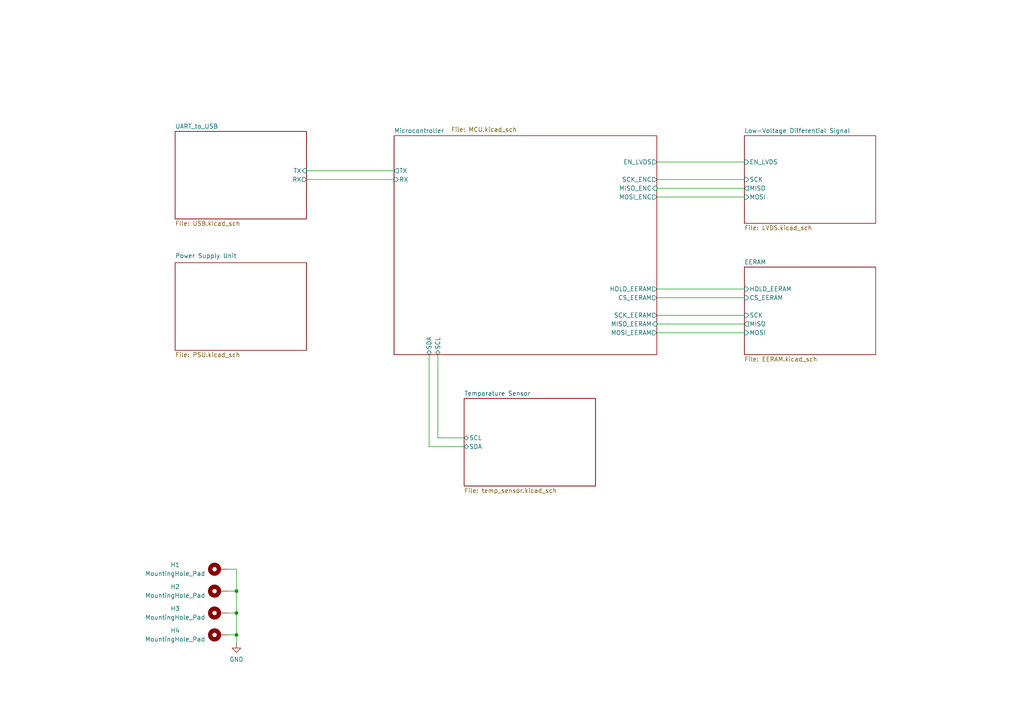
<source format=kicad_sch>
(kicad_sch (version 20211123) (generator eeschema)
  (paper "A4")
  (lib_symbols
    (symbol "Mechanical:MountingHole_Pad" (pin_numbers hide) (pin_names (offset 1.016) hide)
      (property "Reference" "H" (at 0 6.35 0))
      (property "Value" "MountingHole_Pad" (at 0 4.445 0))
      (symbol "MountingHole_Pad_0_1"
        (circle (center 0 1.27) (radius 1.27) (stroke (width 1.27)))
      )
      (symbol "MountingHole_Pad_1_1"
        (pin input line (at 0 -2.54 90) (length 2.54) (name "1") (number "1"))
      )
    )
    (symbol "power:GND" (power) (pin_names (offset 0))
      (property "Value" "GND" (at 0 -3.81 0))
      (symbol "GND_0_1"
        (polyline (pts (xy 0 0) (xy 0 -1.27) (xy 1.27 -1.27) (xy 0 -2.54) (xy -1.27 -1.27) (xy 0 -1.27)))
      )
      (symbol "GND_1_1"
        (pin power_in line (at 0 0 270) (length 0) hide (name "GND") (number "1"))
      )
    )
  )
  (junction (at 68.58 184.15))
  (junction (at 68.58 177.8))
  (junction (at 68.58 171.45))
  (wire (pts (xy 190.5 57.15) (xy 215.9 57.15)))
  (wire (pts (xy 66.04 177.8) (xy 68.58 177.8)))
  (wire (pts (xy 68.58 171.45) (xy 68.58 177.8)))
  (wire (pts (xy 190.5 91.44) (xy 215.9 91.44)))
  (wire (pts (xy 88.9 49.53) (xy 114.3 49.53)))
  (wire (pts (xy 127 102.87) (xy 127 127)))
  (wire (pts (xy 66.04 165.1) (xy 68.58 165.1)))
  (wire (pts (xy 190.5 83.82) (xy 215.9 83.82)))
  (wire (pts (xy 68.58 177.8) (xy 68.58 184.15)))
  (wire (pts (xy 190.5 46.99) (xy 215.9 46.99)))
  (wire (pts (xy 124.46 129.54) (xy 134.62 129.54)))
  (wire (pts (xy 68.58 165.1) (xy 68.58 171.45)))
  (wire (pts (xy 190.5 86.36) (xy 215.9 86.36)))
  (wire (pts (xy 190.5 52.07) (xy 215.9 52.07)))
  (wire (pts (xy 68.58 184.15) (xy 68.58 186.69)))
  (wire (pts (xy 134.62 127) (xy 127 127)))
  (wire (pts (xy 190.5 54.61) (xy 215.9 54.61)))
  (wire (pts (xy 190.5 96.52) (xy 215.9 96.52)))
  (wire (pts (xy 88.9 52.07) (xy 114.3 52.07)))
  (wire (pts (xy 190.5 93.98) (xy 215.9 93.98)))
  (wire (pts (xy 66.04 171.45) (xy 68.58 171.45)))
  (wire (pts (xy 66.04 184.15) (xy 68.58 184.15)))
  (wire (pts (xy 124.46 102.87) (xy 124.46 129.54)))
  (symbol (lib_id "power:GND") (at 68.58 186.69 0) (unit 1)
    (property "Reference" "#PWR01" (effects hide))
    (property "Value" "GND" (at 68.58 191.2525 0))
  )
  (symbol (lib_id "Mechanical:MountingHole_Pad") (at 63.5 165.1 90) (unit 1)
    (property "Reference" "H1" (at 50.8 163.83 90))
    (property "Value" "MountingHole_Pad" (at 50.8 166.37 90))
    (property "Footprint" "MountingHole:MountingHole_3.2mm_M3_Pad_Via" (effects hide))
  )
  (symbol (lib_id "Mechanical:MountingHole_Pad") (at 63.5 171.45 90) (unit 1)
    (property "Reference" "H2" (at 50.8 170.18 90))
    (property "Value" "MountingHole_Pad" (at 50.8 172.72 90))
    (property "Footprint" "MountingHole:MountingHole_3.2mm_M3_Pad_Via" (effects hide))
  )
  (symbol (lib_id "Mechanical:MountingHole_Pad") (at 63.5 184.15 90) (unit 1)
    (property "Reference" "H4" (at 50.8 182.88 90))
    (property "Value" "MountingHole_Pad" (at 50.8 185.42 90))
    (property "Footprint" "MountingHole:MountingHole_3.2mm_M3_Pad_Via" (effects hide))
  )
  (symbol (lib_id "Mechanical:MountingHole_Pad") (at 63.5 177.8 90) (unit 1)
    (property "Reference" "H3" (at 50.8 176.53 90))
    (property "Value" "MountingHole_Pad" (at 50.8 179.07 90))
    (property "Footprint" "MountingHole:MountingHole_3.2mm_M3_Pad_Via" (effects hide))
  )
  (sheet (at 134.62 115.57) (size 38.1 25.4) (stroke (width 0.1524))
    (property "Sheet name" "Temparature Sensor" (at 134.62 114.8584 0) (effects (justify left bottom)))
    (property "Sheet file" "temp_sensor.kicad_sch" (at 134.62 141.5546 0) (effects (justify left top)))
    (pin "SDA" bidirectional (at 134.62 129.54 180))
    (pin "SCL" bidirectional (at 134.62 127 180))
  )
  (sheet (at 50.8 76.2) (size 38.1 25.4) (stroke (width 0.1524))
    (property "Sheet name" "Power Supply Unit" (at 50.8 74.93 0) (effects (justify left bottom)))
    (property "Sheet file" "PSU.kicad_sch" (at 50.8 102.1846 0) (effects (justify left top)))
  )
  (sheet (at 50.8 38.1) (size 38.1 25.4) (stroke (width 0.1524))
    (property "Sheet name" "UART_to_USB" (at 50.8 37.3884 0) (effects (justify left bottom)))
    (property "Sheet file" "USB.kicad_sch" (at 50.8 64.0846 0) (effects (justify left top)))
    (pin "TX" input (at 88.9 49.53 0))
    (pin "RX" output (at 88.9 52.07 0))
  )
  (sheet (at 215.9 77.47) (size 38.1 25.4) (stroke (width 0.1524))
    (property "Sheet name" "EERAM" (at 215.9 76.7584 0) (effects (justify left bottom)))
    (property "Sheet file" "EERAM.kicad_sch" (at 215.9 103.4546 0) (effects (justify left top)))
    (pin "CS_EERAM" input (at 215.9 86.36 180))
    (pin "MISO" output (at 215.9 93.98 180))
    (pin "SCK" input (at 215.9 91.44 180))
    (pin "HOLD_EERAM" input (at 215.9 83.82 180))
    (pin "MOSI" input (at 215.9 96.52 180))
  )
  (sheet (at 215.9 39.37) (size 38.1 25.4) (stroke (width 0.1524))
    (property "Sheet name" "Low-Voltage Differential Signal" (at 215.9 38.6584 0) (effects (justify left bottom)))
    (property "Sheet file" "LVDS.kicad_sch" (at 215.9 65.3546 0) (effects (justify left top)))
    (pin "EN_LVDS" input (at 215.9 46.99 180))
    (pin "SCK" input (at 215.9 52.07 180))
    (pin "MISO" output (at 215.9 54.61 180))
    (pin "MOSI" input (at 215.9 57.15 180))
  )
  (sheet (at 114.3 39.37) (size 76.2 63.5) (stroke (width 0.1524))
    (property "Sheet name" "Microcontroller" (at 114.3 38.6584 0) (effects (justify left bottom)))
    (property "Sheet file" "MCU.kicad_sch" (at 130.81 36.83 0) (effects (justify left top)))
    (pin "EN_LVDS" output (at 190.5 46.99 0))
    (pin "MOSI_ENC" output (at 190.5 57.15 0))
    (pin "MISO_ENC" input (at 190.5 54.61 0))
    (pin "SCK_ENC" output (at 190.5 52.07 0))
    (pin "HOLD_EERAM" output (at 190.5 83.82 0))
    (pin "CS_EERAM" output (at 190.5 86.36 0))
    (pin "MOSI_EERAM" output (at 190.5 96.52 0))
    (pin "SCK_EERAM" output (at 190.5 91.44 0))
    (pin "MISO_EERAM" input (at 190.5 93.98 0))
    (pin "SDA" bidirectional (at 124.46 102.87 270))
    (pin "SCL" bidirectional (at 127 102.87 270))
    (pin "RX" input (at 114.3 52.07 180))
    (pin "TX" output (at 114.3 49.53 180))
  )
)
</source>
